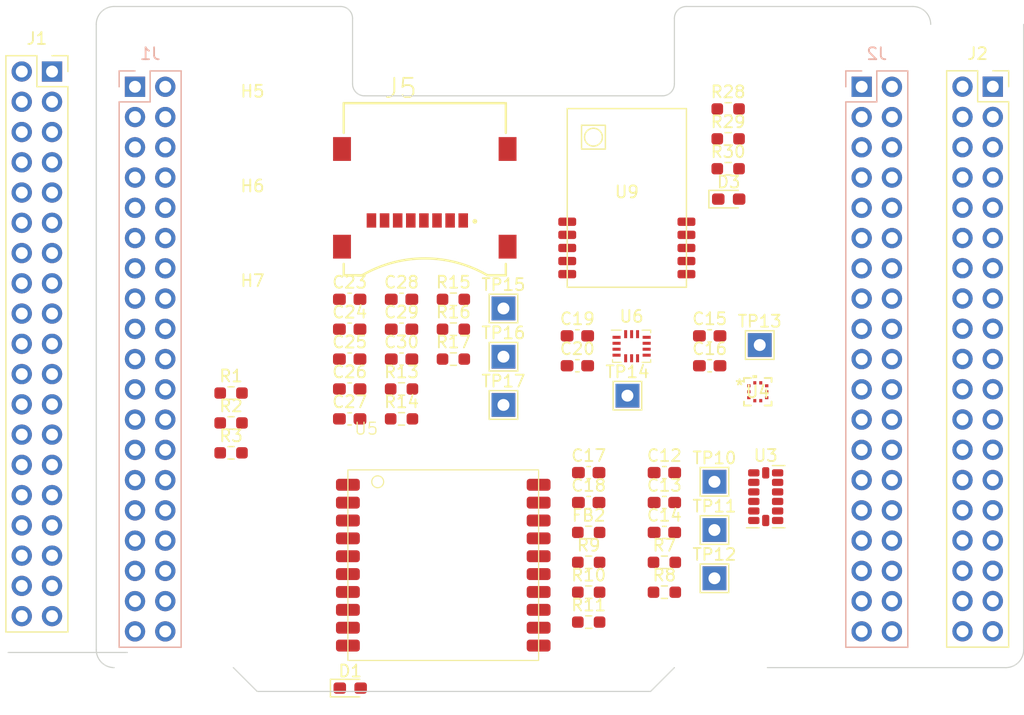
<source format=kicad_pcb>
(kicad_pcb (version 20221018) (generator pcbnew)
  (layers (0 "F.Cu" signal) (31 "B.Cu" signal) (34 "B.Paste" user) (35 "F.Paste" user) (36 "B.SilkS" user "B.Silkscreen") (37 "F.SilkS" user "F.Silkscreen") (38 "B.Mask" user) (39 "F.Mask" user) (44 "Edge.Cuts" user))
  (net 0 "")
  (net 5 "VDD")
  (net 6 "/E5V")
  (net 8 "GND")
  (net 12 "/IOREF")
  (net 14 "/~{RST}")
  (net 16 "+3V3")
  (net 18 "+5V")
  (net 21 "/VIN")
  (net 30 "+BATT")
  (net 42 "VDDA")
  (net 43 "/5V_USB_CHGR")
  (net 65 "GNDA")
  (net 72 "+3.3V")
  (net 73 "Net-(U5-VCC)")
  (net 74 "SDIO_CK")
  (net 75 "SDIO_CMD")
  (net 76 "SDIO_D3")
  (net 77 "SDIO_D2")
  (net 78 "SDIO_D1")
  (net 79 "SDIO_D0")
  (net 80 "Net-(D1-A)")
  (net 81 "Net-(D3-A)")
  (net 91 "SPI2_MISO")
  (net 92 "SPI2_MOSI")
  (net 100 "ADC1_IN0")
  (net 104 "SPI1_NSS")
  (net 106 "RADIO_DIO1")
  (net 111 "I2C1_SCL")
  (net 112 "SPI2_CS2")
  (net 113 "I2C1_SDA")
  (net 114 "RADIO_BUSY")
  (net 118 "SPI1_SCK")
  (net 120 "SPI1_MISO")
  (net 122 "SPI1_MOSI")
  (net 126 "SPI2_SCK")
  (net 127 "USART1_TX")
  (net 128 "IMU_INT")
  (net 130 "BARO_INT")
  (net 134 "SPI2_CS1")
  (net 138 "RADIO_RST")
  (net 139 "USART2_TX")
  (net 141 "USART2_RX")
  (net 142 "ACCEL_INT")
  (net 143 "Net-(U5-TX)")
  (net 144 "USART1_RX")
  (net 145 "Net-(U5-RX)")
  (net 146 "Net-(U9-ANT_SW)")
  (footprint "Project:FGPMMOPA6H" (layer "F.Cu") (at 122.61 94.4)
    (fp_text reference "U5" (at 1.54 -3.46 unlocked) (layer "F.SilkS") (effects (font (thickness 0.1))))
    (fp_text value "FGPMMOPA6H")
    (pad "" np_thru_hole circle (at 8.2 7.2) (size 1.2 1.2) (drill 1.2) (layers "F&B.Cu" "*.Mask"))
    (pad "1" smd roundrect (at 0 1.25) (size 2 1) (layers "F.Cu" "F.Paste" "F.Mask") (net 73 "Net-(U5-VCC)"))
    (pad "2" smd roundrect (at 0 2.75) (size 2 1) (layers "F.Cu" "F.Paste" "F.Mask"))
    (pad "3" smd roundrect (at 0 4.25) (size 2 1) (layers "F.Cu" "F.Paste" "F.Mask") (net 8 "GND"))
    (pad "4" smd roundrect (at 0 5.75) (size 2 1) (layers "F.Cu" "F.Paste" "F.Mask"))
    (pad "5" smd roundrect (at 0 7.25) (size 2 1) (layers "F.Cu" "F.Paste" "F.Mask"))
    (pad "6" smd roundrect (at 0 8.75) (size 2 1) (layers "F.Cu" "F.Paste" "F.Mask"))
    (pad "7" smd roundrect (at 0 10.25) (size 2 1) (layers "F.Cu" "F.Paste" "F.Mask"))
    (pad "8" smd roundrect (at 0 11.75) (size 2 1) (layers "F.Cu" "F.Paste" "F.Mask") (net 8 "GND"))
    (pad "9" smd roundrect (at 0 13.25) (size 2 1) (layers "F.Cu" "F.Paste" "F.Mask") (net 143 "Net-(U5-TX)"))
    (pad "10" smd roundrect (at 0 14.75) (size 2 1) (layers "F.Cu" "F.Paste" "F.Mask") (net 145 "Net-(U5-RX)"))
    (pad "11" smd roundrect (at 16 14.75) (size 2 1) (layers "F.Cu" "F.Paste" "F.Mask"))
    (pad "12" smd roundrect (at 16 13.25) (size 2 1) (layers "F.Cu" "F.Paste" "F.Mask") (net 8 "GND"))
    (pad "13" smd roundrect (at 16 11.75) (size 2 1) (layers "F.Cu" "F.Paste" "F.Mask"))
    (pad "14" smd roundrect (at 16 10.25) (size 2 1) (layers "F.Cu" "F.Paste" "F.Mask"))
    (pad "15" smd roundrect (at 16 8.75) (size 2 1) (layers "F.Cu" "F.Paste" "F.Mask"))
    (pad "16" smd roundrect (at 16 7.25) (size 2 1) (layers "F.Cu" "F.Paste" "F.Mask"))
    (pad "17" smd roundrect (at 16 5.75) (size 2 1) (layers "F.Cu" "F.Paste" "F.Mask"))
    (pad "18" smd roundrect (at 16 4.25) (size 2 1) (layers "F.Cu" "F.Paste" "F.Mask"))
    (pad "19" smd roundrect (at 16 2.75) (size 2 1) (layers "F.Cu" "F.Paste" "F.Mask") (net 8 "GND"))
    (pad "20" smd roundrect (at 16 1.25) (size 2 1) (layers "F.Cu" "F.Paste" "F.Mask"))
  )
  (footprint "Capacitor_SMD:C_0603_1608Metric_Pad1.08x0.95mm_HandSolder" (layer "F.Cu") (at 122.76 85.1)
    (fp_text reference "C25" (at 0 -1.43) (layer "F.SilkS"))
    (fp_text value "22p")
    (pad "1" smd roundrect (at -0.8625 0) (size 1.075 0.95) (layers "F.Cu" "F.Paste" "F.Mask") (net 76 "SDIO_D3"))
    (pad "2" smd roundrect (at 0.8625 0) (size 1.075 0.95) (layers "F.Cu" "F.Paste" "F.Mask") (net 8 "GND"))
  )
  (footprint "Capacitor_SMD:C_0603_1608Metric_Pad1.08x0.95mm_HandSolder" (layer "F.Cu") (at 122.76 80.08)
    (fp_text reference "C23" (at 0 -1.43) (layer "F.SilkS"))
    (fp_text value "22p")
    (pad "1" smd roundrect (at -0.8625 0) (size 1.075 0.95) (layers "F.Cu" "F.Paste" "F.Mask") (net 74 "SDIO_CK"))
    (pad "2" smd roundrect (at 0.8625 0) (size 1.075 0.95) (layers "F.Cu" "F.Paste" "F.Mask") (net 8 "GND"))
  )
  (footprint "TestPoint:TestPoint_THTPad_2.0x2.0mm_Drill1.0mm" (layer "F.Cu") (at 146.06 88.17)
    (fp_text reference "TP14" (at 0 -1.998) (layer "F.SilkS"))
    (fp_text value "IMU_INT")
    (pad "1" thru_hole rect (at 0 0) (size 2 2) (drill 1) (layers "*.Cu" "*.Mask") (net 128 "IMU_INT"))
  )
  (footprint "MountingHole:MountingHole_3.2mm_M3" (layer "F.Cu") (at 160.63 59.7)
    (fp_text reference "H3" hide)
    (fp_text value "MountingHole" hide)
    (pad "" np_thru_hole circle locked (at 0 0) (size 3.2 3.2) (drill 3.2) (layers "*.Cu" "*.Mask"))
  )
  (footprint "Capacitor_SMD:C_0603_1608Metric_Pad1.08x0.95mm_HandSolder" (layer "F.Cu") (at 141.86 83.15)
    (fp_text reference "C19" (at 0 -1.43) (layer "F.SilkS"))
    (fp_text value "100n")
    (pad "1" smd roundrect (at -0.8625 0) (size 1.075 0.95) (layers "F.Cu" "F.Paste" "F.Mask") (net 72 "+3.3V"))
    (pad "2" smd roundrect (at 0.8625 0) (size 1.075 0.95) (layers "F.Cu" "F.Paste" "F.Mask") (net 8 "GND"))
  )
  (footprint "Capacitor_SMD:C_0603_1608Metric_Pad1.08x0.95mm_HandSolder" (layer "F.Cu") (at 152.96 83.15)
    (fp_text reference "C15" (at 0 -1.43) (layer "F.SilkS"))
    (fp_text value "100n")
    (pad "1" smd roundrect (at -0.8625 0) (size 1.075 0.95) (layers "F.Cu" "F.Paste" "F.Mask") (net 72 "+3.3V"))
    (pad "2" smd roundrect (at 0.8625 0) (size 1.075 0.95) (layers "F.Cu" "F.Paste" "F.Mask") (net 8 "GND"))
  )
  (footprint "TestPoint:TestPoint_THTPad_2.0x2.0mm_Drill1.0mm" (layer "F.Cu") (at 135.66 84.9)
    (fp_text reference "TP16" (at 0 -1.998) (layer "F.SilkS"))
    (fp_text value "SD_CMD")
    (pad "1" thru_hole rect (at 0 0) (size 2 2) (drill 1) (layers "*.Cu" "*.Mask") (net 75 "SDIO_CMD"))
  )
  (footprint "Connector_PinSocket_2.54mm:PinSocket_2x19_P2.54mm_Vertical" (layer "F.Cu") (at 97.79 60.96)
    (fp_text reference "J1" (at -1.27 -2.77) (layer "F.SilkS"))
    (fp_text value "CN7")
    (pad "1" thru_hole rect (at 0 0) (size 1.7 1.7) (drill 1) (layers "*.Cu" "*.Mask") (net 77 "SDIO_D2"))
    (pad "2" thru_hole oval (at -2.54 0) (size 1.7 1.7) (drill 1) (layers "*.Cu" "*.Mask") (net 76 "SDIO_D3"))
    (pad "3" thru_hole oval (at 0 2.54) (size 1.7 1.7) (drill 1) (layers "*.Cu" "*.Mask") (net 74 "SDIO_CK"))
    (pad "4" thru_hole oval (at -2.54 2.54) (size 1.7 1.7) (drill 1) (layers "*.Cu" "*.Mask") (net 75 "SDIO_CMD"))
    (pad "5" thru_hole oval (at 0 5.08) (size 1.7 1.7) (drill 1) (layers "*.Cu" "*.Mask"))
    (pad "6" thru_hole oval (at -2.54 5.08) (size 1.7 1.7) (drill 1) (layers "*.Cu" "*.Mask"))
    (pad "7" thru_hole oval (at 0 7.62) (size 1.7 1.7) (drill 1) (layers "*.Cu" "*.Mask"))
    (pad "8" thru_hole oval (at -2.54 7.62) (size 1.7 1.7) (drill 1) (layers "*.Cu" "*.Mask") (net 8 "GND"))
    (pad "9" thru_hole oval (at 0 10.16) (size 1.7 1.7) (drill 1) (layers "*.Cu" "*.Mask"))
    (pad "10" thru_hole oval (at -2.54 10.16) (size 1.7 1.7) (drill 1) (layers "*.Cu" "*.Mask"))
    (pad "11" thru_hole oval (at 0 12.7) (size 1.7 1.7) (drill 1) (layers "*.Cu" "*.Mask"))
    (pad "12" thru_hole oval (at -2.54 12.7) (size 1.7 1.7) (drill 1) (layers "*.Cu" "*.Mask"))
    (pad "13" thru_hole oval (at 0 15.24) (size 1.7 1.7) (drill 1) (layers "*.Cu" "*.Mask"))
    (pad "14" thru_hole oval (at -2.54 15.24) (size 1.7 1.7) (drill 1) (layers "*.Cu" "*.Mask"))
    (pad "15" thru_hole oval (at 0 17.78) (size 1.7 1.7) (drill 1) (layers "*.Cu" "*.Mask") (net 91 "SPI2_MISO"))
    (pad "16" thru_hole oval (at -2.54 17.78) (size 1.7 1.7) (drill 1) (layers "*.Cu" "*.Mask") (net 72 "+3.3V"))
    (pad "17" thru_hole oval (at 0 20.32) (size 1.7 1.7) (drill 1) (layers "*.Cu" "*.Mask") (net 92 "SPI2_MOSI"))
    (pad "18" thru_hole oval (at -2.54 20.32) (size 1.7 1.7) (drill 1) (layers "*.Cu" "*.Mask"))
    (pad "19" thru_hole oval (at 0 22.86) (size 1.7 1.7) (drill 1) (layers "*.Cu" "*.Mask") (net 8 "GND"))
    (pad "20" thru_hole oval (at -2.54 22.86) (size 1.7 1.7) (drill 1) (layers "*.Cu" "*.Mask") (net 8 "GND"))
    (pad "21" thru_hole oval (at 0 25.4) (size 1.7 1.7) (drill 1) (layers "*.Cu" "*.Mask"))
    (pad "22" thru_hole oval (at -2.54 25.4) (size 1.7 1.7) (drill 1) (layers "*.Cu" "*.Mask") (net 8 "GND"))
    (pad "23" thru_hole oval (at 0 27.94) (size 1.7 1.7) (drill 1) (layers "*.Cu" "*.Mask"))
    (pad "24" thru_hole oval (at -2.54 27.94) (size 1.7 1.7) (drill 1) (layers "*.Cu" "*.Mask"))
    (pad "25" thru_hole oval (at 0 30.48) (size 1.7 1.7) (drill 1) (layers "*.Cu" "*.Mask"))
    (pad "26" thru_hole oval (at -2.54 30.48) (size 1.7 1.7) (drill 1) (layers "*.Cu" "*.Mask"))
    (pad "27" thru_hole oval (at 0 33.02) (size 1.7 1.7) (drill 1) (layers "*.Cu" "*.Mask"))
    (pad "28" thru_hole oval (at -2.54 33.02) (size 1.7 1.7) (drill 1) (layers "*.Cu" "*.Mask") (net 100 "ADC1_IN0"))
    (pad "29" thru_hole oval (at 0 35.56) (size 1.7 1.7) (drill 1) (layers "*.Cu" "*.Mask"))
    (pad "30" thru_hole oval (at -2.54 35.56) (size 1.7 1.7) (drill 1) (layers "*.Cu" "*.Mask"))
    (pad "31" thru_hole oval (at 0 38.1) (size 1.7 1.7) (drill 1) (layers "*.Cu" "*.Mask"))
    (pad "32" thru_hole oval (at -2.54 38.1) (size 1.7 1.7) (drill 1) (layers "*.Cu" "*.Mask") (net 104 "SPI1_NSS"))
    (pad "33" thru_hole oval (at 0 40.64) (size 1.7 1.7) (drill 1) (layers "*.Cu" "*.Mask"))
    (pad "34" thru_hole oval (at -2.54 40.64) (size 1.7 1.7) (drill 1) (layers "*.Cu" "*.Mask") (net 106 "RADIO_DIO1"))
    (pad "35" thru_hole oval (at 0 43.18) (size 1.7 1.7) (drill 1) (layers "*.Cu" "*.Mask"))
    (pad "36" thru_hole oval (at -2.54 43.18) (size 1.7 1.7) (drill 1) (layers "*.Cu" "*.Mask"))
    (pad "37" thru_hole oval (at 0 45.72) (size 1.7 1.7) (drill 1) (layers "*.Cu" "*.Mask"))
    (pad "38" thru_hole oval (at -2.54 45.72) (size 1.7 1.7) (drill 1) (layers "*.Cu" "*.Mask"))
  )
  (footprint "LED_SMD:LED_0603_1608Metric_Pad1.05x0.95mm_HandSolder" (layer "F.Cu") (at 154.555 71.67)
    (fp_text reference "D3" (at 0 -1.43) (layer "F.SilkS"))
    (fp_text value "BUSY")
    (pad "1" smd roundrect (at -0.875 0) (size 1.05 0.95) (layers "F.Cu" "F.Paste" "F.Mask") (net 8 "GND"))
    (pad "2" smd roundrect (at 0.875 0) (size 1.05 0.95) (layers "F.Cu" "F.Paste" "F.Mask") (net 81 "Net-(D3-A)"))
  )
  (footprint "Resistor_SMD:R_0603_1608Metric_Pad0.98x0.95mm_HandSolder" (layer "F.Cu") (at 154.51 69.12)
    (fp_text reference "R30" (at 0 -1.43) (layer "F.SilkS"))
    (fp_text value "22k")
    (pad "1" smd roundrect (at -0.9125 0) (size 0.975 0.95) (layers "F.Cu" "F.Paste" "F.Mask") (net 72 "+3.3V"))
    (pad "2" smd roundrect (at 0.9125 0) (size 0.975 0.95) (layers "F.Cu" "F.Paste" "F.Mask") (net 120 "SPI1_MISO"))
  )
  (footprint "Resistor_SMD:R_0603_1608Metric_Pad0.98x0.95mm_HandSolder" (layer "F.Cu") (at 131.46 82.59)
    (fp_text reference "R16" (at 0 -1.43) (layer "F.SilkS"))
    (fp_text value "10k")
    (pad "1" smd roundrect (at -0.9125 0) (size 0.975 0.95) (layers "F.Cu" "F.Paste" "F.Mask") (net 72 "+3.3V"))
    (pad "2" smd roundrect (at 0.9125 0) (size 0.975 0.95) (layers "F.Cu" "F.Paste" "F.Mask") (net 78 "SDIO_D1"))
  )
  (footprint "Package_LGA:LGA-14_3x5mm_P0.8mm_LayoutBorder1x6y" (layer "F.Cu") (at 157.66 96.65)
    (fp_text reference "U3" (at 0 -3.45) (layer "F.SilkS"))
    (fp_text value "ADXL375")
    (pad "1" smd roundrect (at -1 -2) (size 0.95 0.6) (layers "F.Cu" "F.Paste" "F.Mask") (net 72 "+3.3V"))
    (pad "2" smd roundrect (at -1 -1.2) (size 0.95 0.6) (layers "F.Cu" "F.Paste" "F.Mask") (net 8 "GND"))
    (pad "3" smd roundrect (at -1 -0.4) (size 0.95 0.6) (layers "F.Cu" "F.Paste" "F.Mask"))
    (pad "4" smd roundrect (at -1 0.4) (size 0.95 0.6) (layers "F.Cu" "F.Paste" "F.Mask") (net 8 "GND"))
    (pad "5" smd roundrect (at -1 1.2) (size 0.95 0.6) (layers "F.Cu" "F.Paste" "F.Mask") (net 8 "GND"))
    (pad "6" smd roundrect (at -1 2) (size 0.95 0.6) (layers "F.Cu" "F.Paste" "F.Mask") (net 72 "+3.3V"))
    (pad "7" smd roundrect (at 0 2) (size 0.6 0.95) (layers "F.Cu" "F.Paste" "F.Mask") (net 72 "+3.3V"))
    (pad "8" smd roundrect (at 1 2) (size 0.95 0.6) (layers "F.Cu" "F.Paste" "F.Mask") (net 142 "ACCEL_INT"))
    (pad "9" smd roundrect (at 1 1.2) (size 0.95 0.6) (layers "F.Cu" "F.Paste" "F.Mask"))
    (pad "10" smd roundrect (at 1 0.4) (size 0.95 0.6) (layers "F.Cu" "F.Paste" "F.Mask"))
    (pad "11" smd roundrect (at 1 -0.4) (size 0.95 0.6) (layers "F.Cu" "F.Paste" "F.Mask"))
    (pad "12" smd roundrect (at 1 -1.2) (size 0.95 0.6) (layers "F.Cu" "F.Paste" "F.Mask") (net 8 "GND"))
    (pad "13" smd roundrect (at 1 -2) (size 0.95 0.6) (layers "F.Cu" "F.Paste" "F.Mask") (net 113 "I2C1_SDA"))
    (pad "14" smd roundrect (at 0 -2) (size 0.6 0.95) (layers "F.Cu" "F.Paste" "F.Mask") (net 111 "I2C1_SCL"))
  )
  (footprint "Capacitor_SMD:C_0603_1608Metric_Pad1.08x0.95mm_HandSolder" (layer "F.Cu") (at 149.16 97.14)
    (fp_text reference "C13" (at 0 -1.43) (layer "F.SilkS"))
    (fp_text value "100n")
    (pad "1" smd roundrect (at -0.8625 0) (size 1.075 0.95) (layers "F.Cu" "F.Paste" "F.Mask") (net 72 "+3.3V"))
    (pad "2" smd roundrect (at 0.8625 0) (size 1.075 0.95) (layers "F.Cu" "F.Paste" "F.Mask") (net 8 "GND"))
  )
  (footprint "TestPoint:TestPoint_THTPad_2.0x2.0mm_Drill1.0mm" (layer "F.Cu") (at 153.36 103.5)
    (fp_text reference "TP12" (at 0 -1.998) (layer "F.SilkS"))
    (fp_text value "ACC_INT")
    (pad "1" thru_hole rect (at 0 0) (size 2 2) (drill 1) (layers "*.Cu" "*.Mask") (net 142 "ACCEL_INT"))
  )
  (footprint "Resistor_SMD:R_0603_1608Metric_Pad0.98x0.95mm_HandSolder" (layer "F.Cu") (at 127.11 87.61)
    (fp_text reference "R13" (at 0 -1.43) (layer "F.SilkS"))
    (fp_text value "10k")
    (pad "1" smd roundrect (at -0.9125 0) (size 0.975 0.95) (layers "F.Cu" "F.Paste" "F.Mask") (net 72 "+3.3V"))
    (pad "2" smd roundrect (at 0.9125 0) (size 0.975 0.95) (layers "F.Cu" "F.Paste" "F.Mask") (net 75 "SDIO_CMD"))
  )
  (footprint "MountingHole:MountingHole_3.2mm_M3" (layer "F.Cu") (at 114.61 66.82)
    (fp_text reference "H5" (at 0 -4.2) (layer "F.SilkS"))
    (fp_text value "MountingHole")
    (pad "" np_thru_hole circle (at 0 0) (size 3.2 3.2) (drill 3.2) (layers "*.Cu" "*.Mask"))
  )
  (footprint "Resistor_SMD:R_0603_1608Metric_Pad0.98x0.95mm_HandSolder" (layer "F.Cu") (at 112.81 87.95)
    (fp_text reference "R1" (at 0 -1.43) (layer "F.SilkS"))
    (fp_text value "22k")
    (pad "1" smd roundrect (at -0.9125 0) (size 0.975 0.95) (layers "F.Cu" "F.Paste" "F.Mask") (net 72 "+3.3V"))
    (pad "2" smd roundrect (at 0.9125 0) (size 0.975 0.95) (layers "F.Cu" "F.Paste" "F.Mask") (net 91 "SPI2_MISO"))
  )
  (footprint "TestPoint:TestPoint_THTPad_2.0x2.0mm_Drill1.0mm" (layer "F.Cu") (at 153.36 95.4)
    (fp_text reference "TP10" (at 0 -1.998) (layer "F.SilkS"))
    (fp_text value "SDA")
    (pad "1" thru_hole rect (at 0 0) (size 2 2) (drill 1) (layers "*.Cu" "*.Mask") (net 113 "I2C1_SDA"))
  )
  (footprint "Resistor_SMD:R_0603_1608Metric_Pad0.98x0.95mm_HandSolder" (layer "F.Cu") (at 142.81 104.67)
    (fp_text reference "R10" (at 0 -1.43) (layer "F.SilkS"))
    (fp_text value "220")
    (pad "1" smd roundrect (at -0.9125 0) (size 0.975 0.95) (layers "F.Cu" "F.Paste" "F.Mask") (net 127 "USART1_TX"))
    (pad "2" smd roundrect (at 0.9125 0) (size 0.975 0.95) (layers "F.Cu" "F.Paste" "F.Mask") (net 145 "Net-(U5-RX)"))
  )
  (footprint "Capacitor_SMD:C_0603_1608Metric_Pad1.08x0.95mm_HandSolder" (layer "F.Cu") (at 142.81 94.63)
    (fp_text reference "C17" (at 0 -1.43) (layer "F.SilkS"))
    (fp_text value "1u")
    (pad "1" smd roundrect (at -0.8625 0) (size 1.075 0.95) (layers "F.Cu" "F.Paste" "F.Mask") (net 73 "Net-(U5-VCC)"))
    (pad "2" smd roundrect (at 0.8625 0) (size 1.075 0.95) (layers "F.Cu" "F.Paste" "F.Mask") (net 8 "GND"))
  )
  (footprint "Resistor_SMD:R_0603_1608Metric_Pad0.98x0.95mm_HandSolder" (layer "F.Cu") (at 131.46 85.1)
    (fp_text reference "R17" (at 0 -1.43) (layer "F.SilkS"))
    (fp_text value "10k")
    (pad "1" smd roundrect (at -0.9125 0) (size 0.975 0.95) (layers "F.Cu" "F.Paste" "F.Mask") (net 72 "+3.3V"))
    (pad "2" smd roundrect (at 0.9125 0) (size 0.975 0.95) (layers "F.Cu" "F.Paste" "F.Mask") (net 79 "SDIO_D0"))
  )
  (footprint "Capacitor_SMD:C_0603_1608Metric_Pad1.08x0.95mm_HandSolder" (layer "F.Cu") (at 127.11 80.08)
    (fp_text reference "C28" (at 0 -1.43) (layer "F.SilkS"))
    (fp_text value "22p")
    (pad "1" smd roundrect (at -0.8625 0) (size 1.075 0.95) (layers "F.Cu" "F.Paste" "F.Mask") (net 78 "SDIO_D1"))
    (pad "2" smd roundrect (at 0.8625 0) (size 1.075 0.95) (layers "F.Cu" "F.Paste" "F.Mask") (net 8 "GND"))
  )
  (footprint "MountingHole:MountingHole_3.2mm_M3" (layer "F.Cu") (at 114.61 74.77)
    (fp_text reference "H6" (at 0 -4.2) (layer "F.SilkS"))
    (fp_text value "MountingHole")
    (pad "" np_thru_hole circle (at 0 0) (size 3.2 3.2) (drill 3.2) (layers "*.Cu" "*.Mask"))
  )
  (footprint "Resistor_SMD:R_0603_1608Metric_Pad0.98x0.95mm_HandSolder" (layer "F.Cu") (at 131.46 80.08)
    (fp_text reference "R15" (at 0 -1.43) (layer "F.SilkS"))
    (fp_text value "10k")
    (pad "1" smd roundrect (at -0.9125 0) (size 0.975 0.95) (layers "F.Cu" "F.Paste" "F.Mask") (net 72 "+3.3V"))
    (pad "2" smd roundrect (at 0.9125 0) (size 0.975 0.95) (layers "F.Cu" "F.Paste" "F.Mask") (net 77 "SDIO_D2"))
  )
  (footprint "Project:LR62E" (layer "F.Cu") (at 146.01 71.57)
    (fp_text reference "U9" (at 0 -0.5 unlocked) (layer "F.SilkS"))
    (fp_text value "LR62E")
    (pad "1" smd roundrect (at -5 2) (size 1.5 0.7) (layers "F.Cu" "F.Paste" "F.Mask") (net 146 "Net-(U9-ANT_SW)"))
    (pad "2" smd roundrect (at -5 3.1) (size 1.5 0.7) (layers "F.Cu" "F.Paste" "F.Mask") (net 138 "RADIO_RST"))
    (pad "3" smd roundrect (at -5 4.2) (size 1.5 0.7) (layers "F.Cu" "F.Paste" "F.Mask") (net 114 "RADIO_BUSY"))
    (pad "4" smd roundrect (at -5 5.3) (size 1.5 0.7) (layers "F.Cu" "F.Paste" "F.Mask") (net 106 "RADIO_DIO1"))
    (pad "5" smd roundrect (at -5 6.4) (size 1.5 0.7) (layers "F.Cu" "F.Paste" "F.Mask") (net 72 "+3.3V"))
    (pad "6" smd roundrect (at 5 6.4) (size 1.5 0.7) (layers "F.Cu" "F.Paste" "F.Mask") (net 118 "SPI1_SCK"))
    (pad "7" smd roundrect (at 5 5.3) (size 1.5 0.7) (layers "F.Cu" "F.Paste" "F.Mask") (net 122 "SPI1_MOSI"))
    (pad "8" smd roundrect (at 5 4.2) (size 1.5 0.7) (layers "F.Cu" "F.Paste" "F.Mask") (net 120 "SPI1_MISO"))
    (pad "9" smd roundrect (at 5 3.1) (size 1.5 0.7) (layers "F.Cu" "F.Paste" "F.Mask") (net 104 "SPI1_NSS"))
    (pad "10" smd roundrect (at 5 2) (size 1.5 0.7) (layers "F.Cu" "F.Paste" "F.Mask") (net 8 "GND"))
  )
  (footprint "MountingHole:MountingHole_3.2mm_M3" (layer "F.Cu") (at 114.61 82.72)
    (fp_text reference "H7" (at 0 -4.2) (layer "F.SilkS"))
    (fp_text value "MountingHole")
    (pad "" np_thru_hole circle (at 0 0) (size 3.2 3.2) (drill 3.2) (layers "*.Cu" "*.Mask"))
  )
  (footprint "Capacitor_SMD:C_0603_1608Metric_Pad1.08x0.95mm_HandSolder" (layer "F.Cu") (at 149.16 94.63)
    (fp_text reference "C12" (at 0 -1.43) (layer "F.SilkS"))
    (fp_text value "100n")
    (pad "1" smd roundrect (at -0.8625 0) (size 1.075 0.95) (layers "F.Cu" "F.Paste" "F.Mask") (net 8 "GND"))
    (pad "2" smd roundrect (at 0.8625 0) (size 1.075 0.95) (layers "F.Cu" "F.Paste" "F.Mask") (net 72 "+3.3V"))
  )
  (footprint "TestPoint:TestPoint_THTPad_2.0x2.0mm_Drill1.0mm" (layer "F.Cu") (at 135.66 88.95)
    (fp_text reference "TP17" (at 0 -1.998) (layer "F.SilkS"))
    (fp_text value "SD_D0")
    (pad "1" thru_hole rect (at 0 0) (size 2 2) (drill 1) (layers "*.Cu" "*.Mask") (net 79 "SDIO_D0"))
  )
  (footprint "Connector_PinSocket_2.54mm:PinSocket_2x19_P2.54mm_Vertical" (layer "F.Cu") (at 176.71 62.23)
    (fp_text reference "J2" (at -1.27 -2.77) (layer "F.SilkS"))
    (fp_text value "CN10")
    (pad "1" thru_hole rect (at 0 0) (size 1.7 1.7) (drill 1) (layers "*.Cu" "*.Mask") (net 78 "SDIO_D1"))
    (pad "2" thru_hole oval (at -2.54 0) (size 1.7 1.7) (drill 1) (layers "*.Cu" "*.Mask") (net 79 "SDIO_D0"))
    (pad "3" thru_hole oval (at 0 2.54) (size 1.7 1.7) (drill 1) (layers "*.Cu" "*.Mask") (net 111 "I2C1_SCL"))
    (pad "4" thru_hole oval (at -2.54 2.54) (size 1.7 1.7) (drill 1) (layers "*.Cu" "*.Mask") (net 112 "SPI2_CS2"))
    (pad "5" thru_hole oval (at 0 5.08) (size 1.7 1.7) (drill 1) (layers "*.Cu" "*.Mask") (net 113 "I2C1_SDA"))
    (pad "6" thru_hole oval (at -2.54 5.08) (size 1.7 1.7) (drill 1) (layers "*.Cu" "*.Mask") (net 114 "RADIO_BUSY"))
    (pad "7" thru_hole oval (at 0 7.62) (size 1.7 1.7) (drill 1) (layers "*.Cu" "*.Mask"))
    (pad "8" thru_hole oval (at -2.54 7.62) (size 1.7 1.7) (drill 1) (layers "*.Cu" "*.Mask"))
    (pad "9" thru_hole oval (at 0 10.16) (size 1.7 1.7) (drill 1) (layers "*.Cu" "*.Mask") (net 8 "GND"))
    (pad "10" thru_hole oval (at -2.54 10.16) (size 1.7 1.7) (drill 1) (layers "*.Cu" "*.Mask"))
    (pad "11" thru_hole oval (at 0 12.7) (size 1.7 1.7) (drill 1) (layers "*.Cu" "*.Mask") (net 118 "SPI1_SCK"))
    (pad "12" thru_hole oval (at -2.54 12.7) (size 1.7 1.7) (drill 1) (layers "*.Cu" "*.Mask"))
    (pad "13" thru_hole oval (at 0 15.24) (size 1.7 1.7) (drill 1) (layers "*.Cu" "*.Mask") (net 120 "SPI1_MISO"))
    (pad "14" thru_hole oval (at -2.54 15.24) (size 1.7 1.7) (drill 1) (layers "*.Cu" "*.Mask"))
    (pad "15" thru_hole oval (at 0 17.78) (size 1.7 1.7) (drill 1) (layers "*.Cu" "*.Mask") (net 122 "SPI1_MOSI"))
    (pad "16" thru_hole oval (at -2.54 17.78) (size 1.7 1.7) (drill 1) (layers "*.Cu" "*.Mask"))
    (pad "17" thru_hole oval (at 0 20.32) (size 1.7 1.7) (drill 1) (layers "*.Cu" "*.Mask"))
    (pad "18" thru_hole oval (at -2.54 20.32) (size 1.7 1.7) (drill 1) (layers "*.Cu" "*.Mask"))
    (pad "19" thru_hole oval (at 0 22.86) (size 1.7 1.7) (drill 1) (layers "*.Cu" "*.Mask") (net 126 "SPI2_SCK"))
    (pad "20" thru_hole oval (at -2.54 22.86) (size 1.7 1.7) (drill 1) (layers "*.Cu" "*.Mask") (net 8 "GND"))
    (pad "21" thru_hole oval (at 0 25.4) (size 1.7 1.7) (drill 1) (layers "*.Cu" "*.Mask") (net 127 "USART1_TX"))
    (pad "22" thru_hole oval (at -2.54 25.4) (size 1.7 1.7) (drill 1) (layers "*.Cu" "*.Mask") (net 128 "IMU_INT"))
    (pad "23" thru_hole oval (at 0 27.94) (size 1.7 1.7) (drill 1) (layers "*.Cu" "*.Mask"))
    (pad "24" thru_hole oval (at -2.54 27.94) (size 1.7 1.7) (drill 1) (layers "*.Cu" "*.Mask") (net 130 "BARO_INT"))
    (pad "25" thru_hole oval (at 0 30.48) (size 1.7 1.7) (drill 1) (layers "*.Cu" "*.Mask"))
    (pad "26" thru_hole oval (at -2.54 30.48) (size 1.7 1.7) (drill 1) (layers "*.Cu" "*.Mask") (net 92 "SPI2_MOSI"))
    (pad "27" thru_hole oval (at 0 33.02) (size 1.7 1.7) (drill 1) (layers "*.Cu" "*.Mask"))
    (pad "28" thru_hole oval (at -2.54 33.02) (size 1.7 1.7) (drill 1) (layers "*.Cu" "*.Mask") (net 91 "SPI2_MISO"))
    (pad "29" thru_hole oval (at 0 35.56) (size 1.7 1.7) (drill 1) (layers "*.Cu" "*.Mask"))
    (pad "30" thru_hole oval (at -2.54 35.56) (size 1.7 1.7) (drill 1) (layers "*.Cu" "*.Mask") (net 134 "SPI2_CS1"))
    (pad "31" thru_hole oval (at 0 38.1) (size 1.7 1.7) (drill 1) (layers "*.Cu" "*.Mask"))
    (pad "32" thru_hole oval (at -2.54 38.1) (size 1.7 1.7) (drill 1) (layers "*.Cu" "*.Mask"))
    (pad "33" thru_hole oval (at 0 40.64) (size 1.7 1.7) (drill 1) (layers "*.Cu" "*.Mask"))
    (pad "34" thru_hole oval (at -2.54 40.64) (size 1.7 1.7) (drill 1) (layers "*.Cu" "*.Mask") (net 138 "RADIO_RST"))
    (pad "35" thru_hole oval (at 0 43.18) (size 1.7 1.7) (drill 1) (layers "*.Cu" "*.Mask") (net 139 "USART2_TX"))
    (pad "36" thru_hole oval (at -2.54 43.18) (size 1.7 1.7) (drill 1) (layers "*.Cu" "*.Mask"))
    (pad "37" thru_hole oval (at 0 45.72) (size 1.7 1.7) (drill 1) (layers "*.Cu" "*.Mask") (net 141 "USART2_RX"))
    (pad "38" thru_hole oval (at -2.54 45.72) (size 1.7 1.7) (drill 1) (layers "*.Cu" "*.Mask") (net 142 "ACCEL_INT"))
  )
  (footprint "TestPoint:TestPoint_THTPad_2.0x2.0mm_Drill1.0mm" (layer "F.Cu") (at 153.36 99.45)
    (fp_text reference "TP11" (at 0 -1.998) (layer "F.SilkS"))
    (fp_text value "SCL")
    (pad "1" thru_hole rect (at 0 0) (size 2 2) (drill 1) (layers "*.Cu" "*.Mask") (net 111 "I2C1_SCL"))
  )
  (footprint "Resistor_SMD:R_0603_1608Metric_Pad0.98x0.95mm_HandSolder" (layer "F.Cu") (at 154.51 66.61)
    (fp_text reference "R29" (at 0 -1.43) (layer "F.SilkS"))
    (fp_text value "10k")
    (pad "1" smd roundrect (at -0.9125 0) (size 0.975 0.95) (layers "F.Cu" "F.Paste" "F.Mask") (net 72 "+3.3V"))
    (pad "2" smd roundrect (at 0.9125 0) (size 0.975 0.95) (layers "F.Cu" "F.Paste" "F.Mask") (net 146 "Net-(U9-ANT_SW)"))
  )
  (footprint "Resistor_SMD:R_0603_1608Metric_Pad0.98x0.95mm_HandSolder" (layer "F.Cu") (at 149.16 104.67)
    (fp_text reference "R8" (at 0 -1.43) (layer "F.SilkS"))
    (fp_text value "4.7k")
    (pad "1" smd roundrect (at -0.9125 0) (size 0.975 0.95) (layers "F.Cu" "F.Paste" "F.Mask") (net 72 "+3.3V"))
    (pad "2" smd roundrect (at 0.9125 0) (size 0.975 0.95) (layers "F.Cu" "F.Paste" "F.Mask") (net 113 "I2C1_SDA"))
  )
  (footprint "Resistor_SMD:R_0603_1608Metric_Pad0.98x0.95mm_HandSolder" (layer "F.Cu") (at 149.16 102.16)
    (fp_text reference "R7" (at 0 -1.43) (layer "F.SilkS"))
    (fp_text value "4.7k")
    (pad "1" smd roundrect (at -0.9125 0) (size 0.975 0.95) (layers "F.Cu" "F.Paste" "F.Mask") (net 72 "+3.3V"))
    (pad "2" smd roundrect (at 0.9125 0) (size 0.975 0.95) (layers "F.Cu" "F.Paste" "F.Mask") (net 111 "I2C1_SCL"))
  )
  (footprint "Resistor_SMD:R_0603_1608Metric_Pad0.98x0.95mm_HandSolder" (layer "F.Cu") (at 142.81 102.16)
    (fp_text reference "R9" (at 0 -1.43) (layer "F.SilkS"))
    (fp_text value "220")
    (pad "1" smd roundrect (at -0.9125 0) (size 0.975 0.95) (layers "F.Cu" "F.Paste" "F.Mask") (net 143 "Net-(U5-TX)"))
    (pad "2" smd roundrect (at 0.9125 0) (size 0.975 0.95) (layers "F.Cu" "F.Paste" "F.Mask") (net 144 "USART1_RX"))
  )
  (footprint "LED_SMD:LED_0603_1608Metric_Pad1.05x0.95mm_HandSolder" (layer "F.Cu") (at 122.805 112.72)
    (fp_text reference "D1" (at 0 -1.43) (layer "F.SilkS"))
    (fp_text value "GPS_TX")
    (pad "1" smd roundrect (at -0.875 0) (size 1.05 0.95) (layers "F.Cu" "F.Paste" "F.Mask") (net 8 "GND"))
    (pad "2" smd roundrect (at 0.875 0) (size 1.05 0.95) (layers "F.Cu" "F.Paste" "F.Mask") (net 80 "Net-(D1-A)"))
  )
  (footprint "Package_LGA:Bosch_LGA-14_3x2.5mm_P0.5mm" (layer "F.Cu") (at 146.41 84.02)
    (fp_text reference "U6" (at 0 -2.5) (layer "F.SilkS"))
    (fp_text value "BMI323")
    (pad "1" smd rect (at -1.2625 -0.75) (size 0.675 0.25) (layers "F.Cu" "F.Paste" "F.Mask") (net 91 "SPI2_MISO"))
    (pad "2" smd rect (at -1.2625 -0.25) (size 0.675 0.25) (layers "F.Cu" "F.Paste" "F.Mask"))
    (pad "3" smd rect (at -1.2625 0.25) (size 0.675 0.25) (layers "F.Cu" "F.Paste" "F.Mask"))
    (pad "4" smd rect (at -1.2625 0.75) (size 0.675 0.25) (layers "F.Cu" "F.Paste" "F.Mask") (net 128 "IMU_INT"))
    (pad "5" smd rect (at -0.5 1.0125) (size 0.25 0.675) (layers "F.Cu" "F.Paste" "F.Mask") (net 72 "+3.3V"))
    (pad "6" smd rect (at 0 1.0125) (size 0.25 0.675) (layers "F.Cu" "F.Paste" "F.Mask") (net 8 "GND"))
    (pad "7" smd rect (at 0.5 1.0125) (size 0.25 0.675) (layers "F.Cu" "F.Paste" "F.Mask") (net 8 "GND"))
    (pad "8" smd rect (at 1.2625 0.75) (size 0.675 0.25) (layers "F.Cu" "F.Paste" "F.Mask") (net 72 "+3.3V"))
    (pad "9" smd rect (at 1.2625 0.25) (size 0.675 0.25) (layers "F.Cu" "F.Paste" "F.Mask"))
    (pad "10" smd rect (at 1.2625 -0.25) (size 0.675 0.25) (layers "F.Cu" "F.Paste" "F.Mask"))
    (pad "11" smd rect (at 1.2625 -0.75) (size 0.675 0.25) (layers "F.Cu" "F.Paste" "F.Mask"))
    (pad "12" smd rect (at 0.5 -1.0125) (size 0.25 0.675) (layers "F.Cu" "F.Paste" "F.Mask") (net 112 "SPI2_CS2"))
    (pad "13" smd rect (at 0 -1.0125) (size 0.25 0.675) (layers "F.Cu" "F.Paste" "F.Mask") (net 126 "SPI2_SCK"))
    (pad "14" smd rect (at -0.5 -1.0125) (size 0.25 0.675) (layers "F.Cu" "F.Paste" "F.Mask") (net 92 "SPI2_MOSI"))
  )
  (footprint "Capacitor_SMD:C_0603_1608Metric_Pad1.08x0.95mm_HandSolder" (layer "F.Cu") (at 149.16 99.65)
    (fp_text reference "C14" (at 0 -1.43) (layer "F.SilkS"))
    (fp_text value "10u")
    (pad "1" smd roundrect (at -0.8625 0) (size 1.075 0.95) (layers "F.Cu" "F.Paste" "F.Mask") (net 72 "+3.3V"))
    (pad "2" smd roundrect (at 0.8625 0) (size 1.075 0.95) (layers "F.Cu" "F.Paste" "F.Mask") (net 8 "GND"))
  )
  (footprint "Resistor_SMD:R_0603_1608Metric_Pad0.98x0.95mm_HandSolder" (layer "F.Cu") (at 112.81 92.97)
    (fp_text reference "R3" (at 0 -1.43) (layer "F.SilkS"))
    (fp_text value "22k")
    (pad "1" smd roundrect (at -0.9125 0) (size 0.975 0.95) (layers "F.Cu" "F.Paste" "F.Mask") (net 72 "+3.3V"))
    (pad "2" smd roundrect (at 0.9125 0) (size 0.975 0.95) (layers "F.Cu" "F.Paste" "F.Mask") (net 112 "SPI2_CS2"))
  )
  (footprint "Project:LGA10_BMP390_BOS" (layer "F.Cu") (at 156.9939 87.842)
    (fp_text reference "U4" (at 0 0 unlocked) (layer "F.SilkS"))
    (fp_text value "BMP390")
    (fp_text user "*" (at -1.524 -0.500126 unlocked) (layer "F.SilkS"))
    (fp_text user "*" (at -1.524 -0.500126) (layer "F.SilkS"))
    (pad "1" smd rect (at 0.250063 -0.7493) (size 0.254 0.2794) (layers "F.Cu" "F.Paste" "F.Mask") (net 72 "+3.3V"))
    (pad "2" smd rect (at -0.250063 -0.7493) (size 0.254 0.2794) (layers "F.Cu" "F.Paste" "F.Mask") (net 126 "SPI2_SCK"))
    (pad "3" smd rect (at -0.7493 -0.500126 90) (size 0.254 0.2794) (layers "F.Cu" "F.Paste" "F.Mask") (net 8 "GND"))
    (pad "4" smd rect (at -0.7493 0 90) (size 0.254 0.2794) (layers "F.Cu" "F.Paste" "F.Mask") (net 92 "SPI2_MOSI"))
    (pad "5" smd rect (at -0.7493 0.500126 90) (size 0.254 0.2794) (layers "F.Cu" "F.Paste" "F.Mask") (net 91 "SPI2_MISO"))
    (pad "6" smd rect (at -0.250063 0.7493) (size 0.254 0.2794) (layers "F.Cu" "F.Paste" "F.Mask") (net 134 "SPI2_CS1"))
    (pad "7" smd rect (at 0.250063 0.7493) (size 0.254 0.2794) (layers "F.Cu" "F.Paste" "F.Mask") (net 130 "BARO_INT"))
    (pad "8" smd rect (at 0.7493 0.500126 90) (size 0.254 0.2794) (layers "F.Cu" "F.Paste" "F.Mask") (net 8 "GND"))
    (pad "9" smd rect (at 0.7493 0 90) (size 0.254 0.2794) (layers "F.Cu" "F.Paste" "F.Mask") (net 8 "GND"))
    (pad "10" smd rect (at 0.7493 -0.500126 90) (size 0.254 0.2794) (layers "F.Cu" "F.Paste" "F.Mask") (net 72 "+3.3V"))
  )
  (footprint "Capacitor_SMD:C_0603_1608Metric_Pad1.08x0.95mm_HandSolder" (layer "F.Cu") (at 122.76 82.59)
    (fp_text reference "C24" (at 0 -1.43) (layer "F.SilkS"))
    (fp_text value "22p")
    (pad "1" smd roundrect (at -0.8625 0) (size 1.075 0.95) (layers "F.Cu" "F.Paste" "F.Mask") (net 75 "SDIO_CMD"))
    (pad "2" smd roundrect (at 0.8625 0) (size 1.075 0.95) (layers "F.Cu" "F.Paste" "F.Mask") (net 8 "GND"))
  )
  (footprint "Resistor_SMD:R_0603_1608Metric_Pad0.98x0.95mm_HandSolder" (layer "F.Cu") (at 112.81 90.46)
    (fp_text reference "R2" (at 0 -1.43) (layer "F.SilkS"))
    (fp_text value "22k")
    (pad "1" smd roundrect (at -0.9125 0) (size 0.975 0.95) (layers "F.Cu" "F.Paste" "F.Mask") (net 72 "+3.3V"))
    (pad "2" smd roundrect (at 0.9125 0) (size 0.975 0.95) (layers "F.Cu" "F.Paste" "F.Mask") (net 134 "SPI2_CS1"))
  )
  (footprint "Capacitor_SMD:C_0603_1608Metric_Pad1.08x0.95mm_HandSolder" (layer "F.Cu") (at 122.76 90.12)
    (fp_text reference "C27" (at 0 -1.43) (layer "F.SilkS"))
    (fp_text value "10u")
    (pad "1" smd roundrect (at -0.8625 0) (size 1.075 0.95) (layers "F.Cu" "F.Paste" "F.Mask") (net 72 "+3.3V"))
    (pad "2" smd roundrect (at 0.8625 0) (size 1.075 0.95) (layers "F.Cu" "F.Paste" "F.Mask") (net 8 "GND"))
  )
  (footprint "Capacitor_SMD:C_0603_1608Metric_Pad1.08x0.95mm_HandSolder" (layer "F.Cu") (at 142.81 97.14)
    (fp_text reference "C18" (at 0 -1.43) (layer "F.SilkS"))
    (fp_text value "100n")
    (pad "1" smd roundrect (at -0.8625 0) (size 1.075 0.95) (layers "F.Cu" "F.Paste" "F.Mask") (net 73 "Net-(U5-VCC)"))
    (pad "2" smd roundrect (at 0.8625 0) (size 1.075 0.95) (layers "F.Cu" "F.Paste" "F.Mask") (net 8 "GND"))
  )
  (footprint "Capacitor_SMD:C_0603_1608Metric_Pad1.08x0.95mm_HandSolder" (layer "F.Cu") (at 141.86 85.66)
    (fp_text reference "C20" (at 0 -1.43) (layer "F.SilkS"))
    (fp_text value "100n")
    (pad "1" smd roundrect (at -0.8625 0) (size 1.075 0.95) (layers "F.Cu" "F.Paste" "F.Mask") (net 72 "+3.3V"))
    (pad "2" smd roundrect (at 0.8625 0) (size 1.075 0.95) (layers "F.Cu" "F.Paste" "F.Mask") (net 8 "GND"))
  )
  (footprint "MountingHole:MountingHole_3.2mm_M3" (layer "F.Cu") (at 145.39 110.4)
    (fp_text reference "H1" hide)
    (fp_text value "MountingHole" hide)
    (pad "" np_thru_hole circle locked (at 0 0) (size 3.2 3.2) (drill 3.2) (layers "*.Cu" "*.Mask"))
  )
  (footprint "Capacitor_SMD:C_0603_1608Metric_Pad1.08x0.95mm_HandSolder" (layer "F.Cu") (at 127.11 82.59)
    (fp_text reference "C29" (at 0 -1.43) (layer "F.SilkS"))
    (fp_text value "22p")
    (pad "1" smd roundrect (at -0.8625 0) (size 1.075 0.95) (layers "F.Cu" "F.Paste" "F.Mask") (net 79 "SDIO_D0"))
    (pad "2" smd roundrect (at 0.8625 0) (size 1.075 0.95) (layers "F.Cu" "F.Paste" "F.Mask") (net 8 "GND"))
  )
  (footprint "Capacitor_SMD:C_0603_1608Metric_Pad1.08x0.95mm_HandSolder" (layer "F.Cu") (at 152.96 85.66)
    (fp_text reference "C16" (at 0 -1.43) (layer "F.SilkS"))
    (fp_text value "100n")
    (pad "1" smd roundrect (at -0.8625 0) (size 1.075 0.95) (layers "F.Cu" "F.Paste" "F.Mask") (net 72 "+3.3V"))
    (pad "2" smd roundrect (at 0.8625 0) (size 1.075 0.95) (layers "F.Cu" "F.Paste" "F.Mask") (net 8 "GND"))
  )
  (footprint "Resistor_SMD:R_0603_1608Metric_Pad0.98x0.95mm_HandSolder" (layer "F.Cu") (at 142.81 99.65)
    (fp_text reference "FB2" (at 0 -1.43) (layer "F.SilkS"))
    (fp_text value "FerriteBead")
    (pad "1" smd roundrect (at -0.9125 0) (size 0.975 0.95) (layers "F.Cu" "F.Paste" "F.Mask") (net 72 "+3.3V"))
    (pad "2" smd roundrect (at 0.9125 0) (size 0.975 0.95) (layers "F.Cu" "F.Paste" "F.Mask") (net 73 "Net-(U5-VCC)"))
  )
  (footprint "TestPoint:TestPoint_THTPad_2.0x2.0mm_Drill1.0mm" (layer "F.Cu") (at 135.66 80.85)
    (fp_text reference "TP15" (at 0 -1.998) (layer "F.SilkS"))
    (fp_text value "SD_CLK")
    (pad "1" thru_hole rect (at 0 0) (size 2 2) (drill 1) (layers "*.Cu" "*.Mask") (net 74 "SDIO_CK"))
  )
  (footprint "MountingHole:MountingHole_3.2mm_M3" (layer "F.Cu") (at 112.37 58.43)
    (fp_text reference "H2" hide)
    (fp_text value "MountingHole" hide)
    (pad "" np_thru_hole circle locked (at 0 0) (size 3.2 3.2) (drill 3.2) (layers "F&B.Cu" "*.Mask"))
  )
  (footprint "Capacitor_SMD:C_0603_1608Metric_Pad1.08x0.95mm_HandSolder" (layer "F.Cu") (at 127.11 85.1)
    (fp_text reference "C30" (at 0 -1.43) (layer "F.SilkS"))
    (fp_text value "100n")
    (pad "1" smd roundrect (at -0.8625 0) (size 1.075 0.95) (layers "F.Cu" "F.Paste" "F.Mask") (net 72 "+3.3V"))
    (pad "2" smd roundrect (at 0.8625 0) (size 1.075 0.95) (layers "F.Cu" "F.Paste" "F.Mask") (net 8 "GND"))
  )
  (footprint "Capacitor_SMD:C_0603_1608Metric_Pad1.08x0.95mm_HandSolder" (layer "F.Cu") (at 122.76 87.61)
    (fp_text reference "C26" (at 0 -1.43) (layer "F.SilkS"))
    (fp_text value "22p")
    (pad "1" smd roundrect (at -0.8625 0) (size 1.075 0.95) (layers "F.Cu" "F.Paste" "F.Mask") (net 77 "SDIO_D2"))
    (pad "2" smd roundrect (at 0.8625 0) (size 1.075 0.95) (layers "F.Cu" "F.Paste" "F.Mask") (net 8 "GND"))
  )
  (footprint "Project:GCT_MEM2067-02-180-00-A_REVB" (layer "F.Cu") (at 129.0602 70.8376)
    (fp_text reference "J5" (at -2.02289 -8.47815) (layer "F.SilkS") (effects (font (size 1.602299 1.602299))))
    (fp_text value "MEM2067-02-180-00-A_REVB")
    (pad "1" smd rect (at 3.225 2.625) (size 0.8 1.2) (layers "F.Cu" "F.Paste" "F.Mask") (net 77 "SDIO_D2"))
    (pad "2" smd rect (at 2.125 2.625) (size 0.8 1.2) (layers "F.Cu" "F.Paste" "F.Mask") (net 76 "SDIO_D3"))
    (pad "3" smd rect (at 1.025 2.625) (size 0.8 1.2) (layers "F.Cu" "F.Paste" "F.Mask") (net 75 "SDIO_CMD"))
    (pad "4" smd rect (at -0.075 2.625) (size 0.8 1.2) (layers "F.Cu" "F.Paste" "F.Mask") (net 72 "+3.3V"))
    (pad "5" smd rect (at -1.175 2.625) (size 0.8 1.2) (layers "F.Cu" "F.Paste" "F.Mask") (net 74 "SDIO_CK"))
    (pad "6" smd rect (at -2.275 2.625) (size 0.8 1.2) (layers "F.Cu" "F.Paste" "F.Mask") (net 8 "GND"))
    (pad "7" smd rect (at -3.375 2.625) (size 0.8 1.2) (layers "F.Cu" "F.Paste" "F.Mask") (net 79 "SDIO_D0"))
    (pad "8" smd rect (at -4.475 2.625) (size 0.8 1.2) (layers "F.Cu" "F.Paste" "F.Mask") (net 78 "SDIO_D1"))
    (pad "9" smd rect (at -6.945 4.825) (size 1.5 2) (layers "F.Cu" "F.Paste" "F.Mask") (net 8 "GND"))
    (pad "10" smd rect (at -6.945 -3.375) (size 1.5 2) (layers "F.Cu" "F.Paste" "F.Mask") (net 8 "GND"))
    (pad "11" smd rect (at 6.945 -3.375) (size 1.5 2) (layers "F.Cu" "F.Paste" "F.Mask") (net 8 "GND"))
    (pad "12" smd rect (at 6.945 4.825) (size 1.5 2) (layers "F.Cu" "F.Paste" "F.Mask") (net 8 "GND"))
  )
  (footprint "Resistor_SMD:R_0603_1608Metric_Pad0.98x0.95mm_HandSolder" (layer "F.Cu") (at 127.11 90.12)
    (fp_text reference "R14" (at 0 -1.43) (layer "F.SilkS"))
    (fp_text value "10k")
    (pad "1" smd roundrect (at -0.9125 0) (size 0.975 0.95) (layers "F.Cu" "F.Paste" "F.Mask") (net 72 "+3.3V"))
    (pad "2" smd roundrect (at 0.9125 0) (size 0.975 0.95) (layers "F.Cu" "F.Paste" "F.Mask") (net 76 "SDIO_D3"))
  )
  (footprint "TestPoint:TestPoint_THTPad_2.0x2.0mm_Drill1.0mm" (layer "F.Cu") (at 157.16 83.92)
    (fp_text reference "TP13" (at 0 -1.998) (layer "F.SilkS"))
    (fp_text value "BARO_INT")
    (pad "1" thru_hole rect (at 0 0) (size 2 2) (drill 1) (layers "*.Cu" "*.Mask") (net 130 "BARO_INT"))
  )
  (footprint "Resistor_SMD:R_0603_1608Metric_Pad0.98x0.95mm_HandSolder" (layer "F.Cu") (at 154.51 64.1)
    (fp_text reference "R28" (at 0 -1.43) (layer "F.SilkS"))
    (fp_text value "22k")
    (pad "1" smd roundrect (at -0.9125 0) (size 0.975 0.95) (layers "F.Cu" "F.Paste" "F.Mask") (net 114 "RADIO_BUSY"))
    (pad "2" smd roundrect (at 0.9125 0) (size 0.975 0.95) (layers "F.Cu" "F.Paste" "F.Mask") (net 81 "Net-(D3-A)"))
  )
  (footprint "Resistor_SMD:R_0603_1608Metric_Pad0.98x0.95mm_HandSolder" (layer "F.Cu") (at 142.81 107.18)
    (fp_text reference "R11" (at 0 -1.43) (layer "F.SilkS"))
    (fp_text value "22k")
    (pad "1" smd roundrect (at -0.9125 0) (size 0.975 0.95) (layers "F.Cu" "F.Paste" "F.Mask") (net 143 "Net-(U5-TX)"))
    (pad "2" smd roundrect (at 0.9125 0) (size 0.975 0.95) (layers "F.Cu" "F.Paste" "F.Mask") (net 80 "Net-(D1-A)"))
  )
  (footprint "Connector_PinSocket_2.54mm:PinSocket_2x19_P2.54mm_Vertical" (layer "B.Cu") (at 165.71 62.24 180)
    (fp_text reference "J2" (at -1.27 2.77) (layer "B.SilkS") (effects (justify mirror)))
    (fp_text value "CN10")
    (pad "1" thru_hole rect locked (at 0 0 180) (size 1.7 1.7) (drill 1) (layers "*.Cu" "*.Mask"))
    (pad "2" thru_hole oval locked (at -2.54 0 180) (size 1.7 1.7) (drill 1) (layers "*.Cu" "*.Mask"))
    (pad "3" thru_hole oval locked (at 0 -2.54 180) (size 1.7 1.7) (drill 1) (layers "*.Cu" "*.Mask"))
    (pad "4" thru_hole oval locked (at -2.54 -2.54 180) (size 1.7 1.7) (drill 1) (layers "*.Cu" "*.Mask"))
    (pad "5" thru_hole oval locked (at 0 -5.08 180) (size 1.7 1.7) (drill 1) (layers "*.Cu" "*.Mask"))
    (pad "6" thru_hole oval locked (at -2.54 -5.08 180) (size 1.7 1.7) (drill 1) (layers "*.Cu" "*.Mask"))
    (pad "7" thru_hole oval locked (at 0 -7.62 180) (size 1.7 1.7) (drill 1) (layers "*.Cu" "*.Mask") (net 42 "VDDA"))
    (pad "8" thru_hole oval locked (at -2.54 -7.62 180) (size 1.7 1.7) (drill 1) (layers "*.Cu" "*.Mask") (net 43 "/5V_USB_CHGR"))
    (pad "9" thru_hole oval locked (at 0 -10.16 180) (size 1.7 1.7) (drill 1) (layers "*.Cu" "*.Mask") (net 8 "GND"))
    (pad "10" thru_hole oval locked (at -2.54 -10.16 180) (size 1.7 1.7) (drill 1) (layers "*.Cu" "*.Mask"))
    (pad "11" thru_hole oval locked (at 0 -12.7 180) (size 1.7 1.7) (drill 1) (layers "*.Cu" "*.Mask"))
    (pad "12" thru_hole oval locked (at -2.54 -12.7 180) (size 1.7 1.7) (drill 1) (layers "*.Cu" "*.Mask"))
    (pad "13" thru_hole oval locked (at 0 -15.24 180) (size 1.7 1.7) (drill 1) (layers "*.Cu" "*.Mask"))
    (pad "14" thru_hole oval locked (at -2.54 -15.24 180) (size 1.7 1.7) (drill 1) (layers "*.Cu" "*.Mask"))
    (pad "15" thru_hole oval locked (at 0 -17.78 180) (size 1.7 1.7) (drill 1) (layers "*.Cu" "*.Mask"))
    (pad "16" thru_hole oval locked (at -2.54 -17.78 180) (size 1.7 1.7) (drill 1) (layers "*.Cu" "*.Mask"))
    (pad "17" thru_hole oval locked (at 0 -20.32 180) (size 1.7 1.7) (drill 1) (layers "*.Cu" "*.Mask"))
    (pad "18" thru_hole oval locked (at -2.54 -20.32 180) (size 1.7 1.7) (drill 1) (layers "*.Cu" "*.Mask"))
    (pad "19" thru_hole oval locked (at 0 -22.86 180) (size 1.7 1.7) (drill 1) (layers "*.Cu" "*.Mask"))
    (pad "20" thru_hole oval locked (at -2.54 -22.86 180) (size 1.7 1.7) (drill 1) (layers "*.Cu" "*.Mask") (net 8 "GND"))
    (pad "21" thru_hole oval locked (at 0 -25.4 180) (size 1.7 1.7) (drill 1) (layers "*.Cu" "*.Mask"))
    (pad "22" thru_hole oval locked (at -2.54 -25.4 180) (size 1.7 1.7) (drill 1) (layers "*.Cu" "*.Mask"))
    (pad "23" thru_hole oval locked (at 0 -27.94 180) (size 1.7 1.7) (drill 1) (layers "*.Cu" "*.Mask"))
    (pad "24" thru_hole oval locked (at -2.54 -27.94 180) (size 1.7 1.7) (drill 1) (layers "*.Cu" "*.Mask"))
    (pad "25" thru_hole oval locked (at 0 -30.48 180) (size 1.7 1.7) (drill 1) (layers "*.Cu" "*.Mask"))
    (pad "26" thru_hole oval locked (at -2.54 -30.48 180) (size 1.7 1.7) (drill 1) (layers "*.Cu" "*.Mask"))
    (pad "27" thru_hole oval locked (at 0 -33.02 180) (size 1.7 1.7) (drill 1) (layers "*.Cu" "*.Mask"))
    (pad "28" thru_hole oval locked (at -2.54 -33.02 180) (size 1.7 1.7) (drill 1) (layers "*.Cu" "*.Mask"))
    (pad "29" thru_hole oval locked (at 0 -35.56 180) (size 1.7 1.7) (drill 1) (layers "*.Cu" "*.Mask"))
    (pad "30" thru_hole oval locked (at -2.54 -35.56 180) (size 1.7 1.7) (drill 1) (layers "*.Cu" "*.Mask"))
    (pad "31" thru_hole oval locked (at 0 -38.1 180) (size 1.7 1.7) (drill 1) (layers "*.Cu" "*.Mask"))
    (pad "32" thru_hole oval locked (at -2.54 -38.1 180) (size 1.7 1.7) (drill 1) (layers "*.Cu" "*.Mask") (net 65 "GNDA"))
    (pad "33" thru_hole oval locked (at 0 -40.64 180) (size 1.7 1.7) (drill 1) (layers "*.Cu" "*.Mask"))
    (pad "34" thru_hole oval locked (at -2.54 -40.64 180) (size 1.7 1.7) (drill 1) (layers "*.Cu" "*.Mask"))
    (pad "35" thru_hole oval locked (at 0 -43.18 180) (size 1.7 1.7) (drill 1) (layers "*.Cu" "*.Mask"))
    (pad "36" thru_hole oval locked (at -2.54 -43.18 180) (size 1.7 1.7) (drill 1) (layers "*.Cu" "*.Mask"))
    (pad "37" thru_hole oval locked (at 0 -45.72 180) (size 1.7 1.7) (drill 1) (layers "*.Cu" "*.Mask"))
    (pad "38" thru_hole oval locked (at -2.54 -45.72 180) (size 1.7 1.7) (drill 1) (layers "*.Cu" "*.Mask"))
  )
  (footprint "Connector_PinSocket_2.54mm:PinSocket_2x19_P2.54mm_Vertical" (layer "B.Cu") (at 104.75 62.24 180)
    (fp_text reference "J1" (at -1.27 2.77) (layer "B.SilkS") (effects (justify mirror)))
    (fp_text value "CN7")
    (pad "1" thru_hole rect locked (at 0 0 180) (size 1.7 1.7) (drill 1) (layers "*.Cu" "*.Mask"))
    (pad "2" thru_hole oval locked (at -2.54 0 180) (size 1.7 1.7) (drill 1) (layers "*.Cu" "*.Mask"))
    (pad "3" thru_hole oval locked (at 0 -2.54 180) (size 1.7 1.7) (drill 1) (layers "*.Cu" "*.Mask"))
    (pad "4" thru_hole oval locked (at -2.54 -2.54 180) (size 1.7 1.7) (drill 1) (layers "*.Cu" "*.Mask"))
    (pad "5" thru_hole oval locked (at 0 -5.08 180) (size 1.7 1.7) (drill 1) (layers "*.Cu" "*.Mask") (net 5 "VDD"))
    (pad "6" thru_hole oval locked (at -2.54 -5.08 180) (size 1.7 1.7) (drill 1) (layers "*.Cu" "*.Mask") (net 6 "/E5V"))
    (pad "7" thru_hole oval locked (at 0 -7.62 180) (size 1.7 1.7) (drill 1) (layers "*.Cu" "*.Mask"))
    (pad "8" thru_hole oval locked (at -2.54 -7.62 180) (size 1.7 1.7) (drill 1) (layers "*.Cu" "*.Mask") (net 8 "GND"))
    (pad "9" thru_hole oval locked (at 0 -10.16 180) (size 1.7 1.7) (drill 1) (layers "*.Cu" "*.Mask"))
    (pad "10" thru_hole oval locked (at -2.54 -10.16 180) (size 1.7 1.7) (drill 1) (layers "*.Cu" "*.Mask"))
    (pad "11" thru_hole oval locked (at 0 -12.7 180) (size 1.7 1.7) (drill 1) (layers "*.Cu" "*.Mask"))
    (pad "12" thru_hole oval locked (at -2.54 -12.7 180) (size 1.7 1.7) (drill 1) (layers "*.Cu" "*.Mask") (net 12 "/IOREF"))
    (pad "13" thru_hole oval locked (at 0 -15.24 180) (size 1.7 1.7) (drill 1) (layers "*.Cu" "*.Mask"))
    (pad "14" thru_hole oval locked (at -2.54 -15.24 180) (size 1.7 1.7) (drill 1) (layers "*.Cu" "*.Mask") (net 14 "/~{RST}"))
    (pad "15" thru_hole oval locked (at 0 -17.78 180) (size 1.7 1.7) (drill 1) (layers "*.Cu" "*.Mask"))
    (pad "16" thru_hole oval locked (at -2.54 -17.78 180) (size 1.7 1.7) (drill 1) (layers "*.Cu" "*.Mask") (net 16 "+3V3"))
    (pad "17" thru_hole oval locked (at 0 -20.32 180) (size 1.7 1.7) (drill 1) (layers "*.Cu" "*.Mask"))
    (pad "18" thru_hole oval locked (at -2.54 -20.32 180) (size 1.7 1.7) (drill 1) (layers "*.Cu" "*.Mask") (net 18 "+5V"))
    (pad "19" thru_hole oval locked (at 0 -22.86 180) (size 1.7 1.7) (drill 1) (layers "*.Cu" "*.Mask") (net 8 "GND"))
    (pad "20" thru_hole oval locked (at -2.54 -22.86 180) (size 1.7 1.7) (drill 1) (layers "*.Cu" "*.Mask") (net 8 "GND"))
    (pad "21" thru_hole oval locked (at 0 -25.4 180) (size 1.7 1.7) (drill 1) (layers "*.Cu" "*.Mask"))
    (pad "22" thru_hole oval locked (at -2.54 -25.4 180) (size 1.7 1.7) (drill 1) (layers "*.Cu" "*.Mask") (net 8 "GND"))
    (pad "23" thru_hole oval locked (at 0 -27.94 180) (size 1.7 1.7) (drill 1) (layers "*.Cu" "*.Mask"))
    (pad "24" thru_hole oval locked (at -2.54 -27.94 180) (size 1.7 1.7) (drill 1) (layers "*.Cu" "*.Mask") (net 21 "/VIN"))
    (pad "25" thru_hole oval locked (at 0 -30.48 180) (size 1.7 1.7) (drill 1) (layers "*.Cu" "*.Mask"))
    (pad "26" thru_hole oval locked (at -2.54 -30.48 180) (size 1.7 1.7) (drill 1) (layers "*.Cu" "*.Mask"))
    (pad "27" thru_hole oval locked (at 0 -33.02 180) (size 1.7 1.7) (drill 1) (layers "*.Cu" "*.Mask"))
    (pad "28" thru_hole oval locked (at -2.54 -33.02 180) (size 1.7 1.7) (drill 1) (layers "*.Cu" "*.Mask"))
    (pad "29" thru_hole oval locked (at 0 -35.56 180) (size 1.7 1.7) (drill 1) (layers "*.Cu" "*.Mask"))
    (pad "30" thru_hole oval locked (at -2.54 -35.56 180) (size 1.7 1.7) (drill 1) (layers "*.Cu" "*.Mask"))
    (pad "31" thru_hole oval locked (at 0 -38.1 180) (size 1.7 1.7) (drill 1) (layers "*.Cu" "*.Mask"))
    (pad "32" thru_hole oval locked (at -2.54 -38.1 180) (size 1.7 1.7) (drill 1) (layers "*.Cu" "*.Mask"))
    (pad "33" thru_hole oval locked (at 0 -40.64 180) (size 1.7 1.7) (drill 1) (layers "*.Cu" "*.Mask") (net 30 "+BATT"))
    (pad "34" thru_hole oval locked (at -2.54 -40.64 180) (size 1.7 1.7) (drill 1) (layers "*.Cu" "*.Mask"))
    (pad "35" thru_hole oval locked (at 0 -43.18 180) (size 1.7 1.7) (drill 1) (layers "*.Cu" "*.Mask"))
    (pad "36" thru_hole oval locked (at -2.54 -43.18 180) (size 1.7 1.7) (drill 1) (layers "*.Cu" "*.Mask"))
    (pad "37" thru_hole oval locked (at 0 -45.72 180) (size 1.7 1.7) (drill 1) (layers "*.Cu" "*.Mask"))
    (pad "38" thru_hole oval locked (at -2.54 -45.72 180) (size 1.7 1.7) (drill 1) (layers "*.Cu" "*.Mask"))
  )
  (gr_line (start 151 55.5) (end 170 55.5) (stroke (width 0.1)) (layer "Edge.Cuts"))
  (gr_line (start 148 113) (end 150 111) (stroke (width 0.1)) (layer "Edge.Cuts"))
  (gr_arc (start 101.5 57) (mid 101.93934 55.93934) (end 103 55.5) (stroke (width 0.1)) (layer "Edge.Cuts"))
  (gr_line (start 150 62) (end 150 56.5) (stroke (width 0.1)) (layer "Edge.Cuts"))
  (gr_arc (start 122 55.5) (mid 122.707107 55.792893) (end 123 56.5) (stroke (width 0.1)) (layer "Edge.Cuts"))
  (gr_arc (start 103 111) (mid 101.93934 110.56066) (end 101.5 109.5) (stroke (width 0.1)) (layer "Edge.Cuts"))
  (gr_arc (start 150 56.5) (mid 150.292893 55.792893) (end 151 55.5) (stroke (width 0.1)) (layer "Edge.Cuts"))
  (gr_arc (start 179.3 109.5) (mid 178.86066 110.56066) (end 177.8 111) (stroke (width 0.1)) (layer "Edge.Cuts"))
  (gr_line (start 123 56.5) (end 123 62) (stroke (width 0.1)) (layer "Edge.Cuts"))
  (gr_arc (start 150 62) (mid 149.707107 62.707107) (end 149 63) (stroke (width 0.1)) (layer "Edge.Cuts"))
  (gr_line (start 179.3 57) (end 179.3 109.5) (stroke (width 0.1)) (layer "Edge.Cuts"))
  (gr_line (start 115 113) (end 148 113) (stroke (width 0.1)) (layer "Edge.Cuts"))
  (gr_arc (start 170 55.5) (mid 171.06066 55.93934) (end 171.5 57) (stroke (width 0.1)) (layer "Edge.Cuts"))
  (gr_line (start 113 111) (end 115 113) (stroke (width 0.1)) (layer "Edge.Cuts"))
  (gr_arc (start 124 63) (mid 123.292893 62.707107) (end 123 62) (stroke (width 0.1)) (layer "Edge.Cuts"))
  (gr_line (start 103 55.5) (end 122 55.5) (stroke (width 0.1)) (layer "Edge.Cuts"))
  (gr_line (start 101.5 57) (end 101.5 109.5) (stroke (width 0.1)) (layer "Edge.Cuts"))
  (gr_line (start 124 63) (end 149 63) (stroke (width 0.1)) (layer "Edge.Cuts"))
  (gr_line (start 94.11 109.73) (end 104.11 109.73) (stroke (width 0.1)) (layer "Edge.Cuts"))
  (gr_line (start 157.8 111) (end 177.8 111) (stroke (width 0.1)) (layer "Edge.Cuts"))
)
</source>
